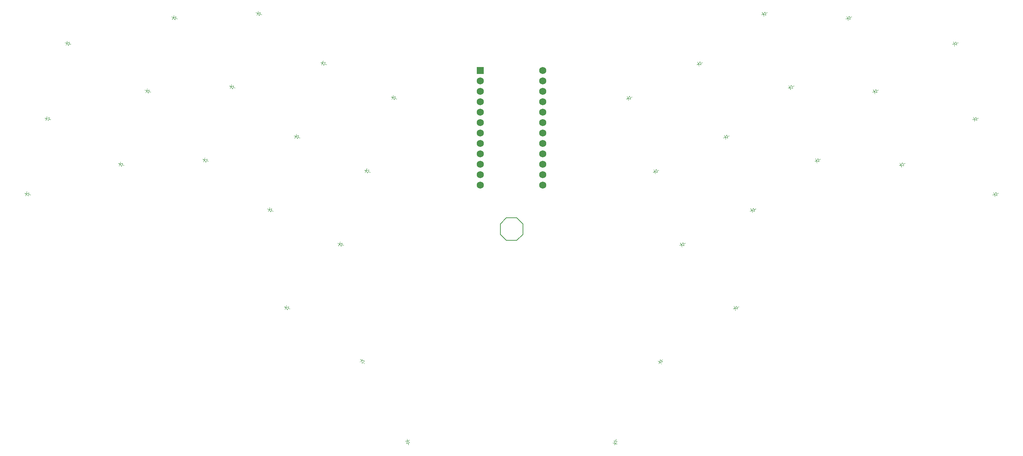
<source format=gbr>
%TF.GenerationSoftware,KiCad,Pcbnew,(6.0.10)*%
%TF.CreationDate,2024-09-29T17:33:22+02:00*%
%TF.ProjectId,blavinge,626c6176-696e-4676-952e-6b696361645f,v1.0.0*%
%TF.SameCoordinates,Original*%
%TF.FileFunction,Legend,Bot*%
%TF.FilePolarity,Positive*%
%FSLAX46Y46*%
G04 Gerber Fmt 4.6, Leading zero omitted, Abs format (unit mm)*
G04 Created by KiCad (PCBNEW (6.0.10)) date 2024-09-29 17:33:22*
%MOMM*%
%LPD*%
G01*
G04 APERTURE LIST*
%ADD10C,0.100000*%
%ADD11C,0.150000*%
%ADD12R,1.752600X1.752600*%
%ADD13C,1.752600*%
G04 APERTURE END LIST*
D10*
%TO.C,D1*%
X47688637Y-138991693D02*
X48171600Y-139121102D01*
X47585110Y-139378063D02*
X47109082Y-138836401D01*
X47792165Y-138605322D02*
X47585110Y-139378063D01*
X47109082Y-138836401D02*
X47792165Y-138605322D01*
X47109082Y-138836401D02*
X46966731Y-139367661D01*
X47109082Y-138836401D02*
X47251432Y-138305142D01*
X46722712Y-138732874D02*
X47109082Y-138836401D01*
%TO.C,D2*%
X52606205Y-120639107D02*
X53089168Y-120768516D01*
X52502678Y-121025477D02*
X52026650Y-120483815D01*
X52709733Y-120252736D02*
X52502678Y-121025477D01*
X52026650Y-120483815D02*
X52709733Y-120252736D01*
X52026650Y-120483815D02*
X51884299Y-121015075D01*
X52026650Y-120483815D02*
X52169000Y-119952556D01*
X51640280Y-120380288D02*
X52026650Y-120483815D01*
%TO.C,D3*%
X57523762Y-102286520D02*
X58006725Y-102415929D01*
X57420235Y-102672890D02*
X56944207Y-102131228D01*
X57627290Y-101900149D02*
X57420235Y-102672890D01*
X56944207Y-102131228D02*
X57627290Y-101900149D01*
X56944207Y-102131228D02*
X56801856Y-102662488D01*
X56944207Y-102131228D02*
X57086557Y-101599969D01*
X56557837Y-102027701D02*
X56944207Y-102131228D01*
%TO.C,D4*%
X70508163Y-131772763D02*
X70978009Y-131943773D01*
X70371355Y-132148640D02*
X69944348Y-131567551D01*
X70644971Y-131396886D02*
X70371355Y-132148640D01*
X69944348Y-131567551D02*
X70644971Y-131396886D01*
X69944348Y-131567551D02*
X69756237Y-132084382D01*
X69944348Y-131567551D02*
X70132459Y-131050720D01*
X69568471Y-131430743D02*
X69944348Y-131567551D01*
%TO.C,D5*%
X77006540Y-113918610D02*
X77476386Y-114089620D01*
X76869732Y-114294487D02*
X76442725Y-113713398D01*
X77143348Y-113542733D02*
X76869732Y-114294487D01*
X76442725Y-113713398D02*
X77143348Y-113542733D01*
X76442725Y-113713398D02*
X76254614Y-114230229D01*
X76442725Y-113713398D02*
X76630836Y-113196567D01*
X76066848Y-113576590D02*
X76442725Y-113713398D01*
%TO.C,D6*%
X83504929Y-96064445D02*
X83974775Y-96235455D01*
X83368121Y-96440322D02*
X82941114Y-95859233D01*
X83641737Y-95688568D02*
X83368121Y-96440322D01*
X82941114Y-95859233D02*
X83641737Y-95688568D01*
X82941114Y-95859233D02*
X82753003Y-96376064D01*
X82941114Y-95859233D02*
X83129225Y-95342402D01*
X82565237Y-95722425D02*
X82941114Y-95859233D01*
%TO.C,D7*%
X91098477Y-130753611D02*
X91568323Y-130924621D01*
X90961669Y-131129488D02*
X90534662Y-130548399D01*
X91235285Y-130377734D02*
X90961669Y-131129488D01*
X90534662Y-130548399D02*
X91235285Y-130377734D01*
X90534662Y-130548399D02*
X90346551Y-131065230D01*
X90534662Y-130548399D02*
X90722773Y-130031568D01*
X90158785Y-130411591D02*
X90534662Y-130548399D01*
%TO.C,D8*%
X97596861Y-112899441D02*
X98066707Y-113070451D01*
X97460053Y-113275318D02*
X97033046Y-112694229D01*
X97733669Y-112523564D02*
X97460053Y-113275318D01*
X97033046Y-112694229D02*
X97733669Y-112523564D01*
X97033046Y-112694229D02*
X96844935Y-113211060D01*
X97033046Y-112694229D02*
X97221157Y-112177398D01*
X96657169Y-112557421D02*
X97033046Y-112694229D01*
%TO.C,D9*%
X104095247Y-95045296D02*
X104565093Y-95216306D01*
X103958439Y-95421173D02*
X103531432Y-94840084D01*
X104232055Y-94669419D02*
X103958439Y-95421173D01*
X103531432Y-94840084D02*
X104232055Y-94669419D01*
X103531432Y-94840084D02*
X103343321Y-95356915D01*
X103531432Y-94840084D02*
X103719543Y-94323253D01*
X103155555Y-94703276D02*
X103531432Y-94840084D01*
%TO.C,D10*%
X106900507Y-142890154D02*
X107370353Y-143061164D01*
X106763699Y-143266031D02*
X106336692Y-142684942D01*
X107037315Y-142514277D02*
X106763699Y-143266031D01*
X106336692Y-142684942D02*
X107037315Y-142514277D01*
X106336692Y-142684942D02*
X106148581Y-143201773D01*
X106336692Y-142684942D02*
X106524803Y-142168111D01*
X105960815Y-142548134D02*
X106336692Y-142684942D01*
%TO.C,D11*%
X113398896Y-125035990D02*
X113868742Y-125207000D01*
X113262088Y-125411867D02*
X112835081Y-124830778D01*
X113535704Y-124660113D02*
X113262088Y-125411867D01*
X112835081Y-124830778D02*
X113535704Y-124660113D01*
X112835081Y-124830778D02*
X112646970Y-125347609D01*
X112835081Y-124830778D02*
X113023192Y-124313947D01*
X112459204Y-124693970D02*
X112835081Y-124830778D01*
%TO.C,D12*%
X119897279Y-107181830D02*
X120367125Y-107352840D01*
X119760471Y-107557707D02*
X119333464Y-106976618D01*
X120034087Y-106805953D02*
X119760471Y-107557707D01*
X119333464Y-106976618D02*
X120034087Y-106805953D01*
X119333464Y-106976618D02*
X119145353Y-107493449D01*
X119333464Y-106976618D02*
X119521575Y-106459787D01*
X118957587Y-106839810D02*
X119333464Y-106976618D01*
%TO.C,D13*%
X124070629Y-151267934D02*
X124540475Y-151438944D01*
X123933821Y-151643811D02*
X123506814Y-151062722D01*
X124207437Y-150892057D02*
X123933821Y-151643811D01*
X123506814Y-151062722D02*
X124207437Y-150892057D01*
X123506814Y-151062722D02*
X123318703Y-151579553D01*
X123506814Y-151062722D02*
X123694925Y-150545891D01*
X123130937Y-150925914D02*
X123506814Y-151062722D01*
%TO.C,D14*%
X130569026Y-133413763D02*
X131038872Y-133584773D01*
X130432218Y-133789640D02*
X130005211Y-133208551D01*
X130705834Y-133037886D02*
X130432218Y-133789640D01*
X130005211Y-133208551D02*
X130705834Y-133037886D01*
X130005211Y-133208551D02*
X129817100Y-133725382D01*
X130005211Y-133208551D02*
X130193322Y-132691720D01*
X129629334Y-133071743D02*
X130005211Y-133208551D01*
%TO.C,D15*%
X137067390Y-115559605D02*
X137537236Y-115730615D01*
X136930582Y-115935482D02*
X136503575Y-115354393D01*
X137204198Y-115183728D02*
X136930582Y-115935482D01*
X136503575Y-115354393D02*
X137204198Y-115183728D01*
X136503575Y-115354393D02*
X136315464Y-115871224D01*
X136503575Y-115354393D02*
X136691686Y-114837562D01*
X136127698Y-115217585D02*
X136503575Y-115354393D01*
%TO.C,D16*%
X110994403Y-166727956D02*
X111464249Y-166898966D01*
X110857595Y-167103833D02*
X110430588Y-166522744D01*
X111131211Y-166352079D02*
X110857595Y-167103833D01*
X110430588Y-166522744D02*
X111131211Y-166352079D01*
X110430588Y-166522744D02*
X110242477Y-167039575D01*
X110430588Y-166522744D02*
X110618699Y-166005913D01*
X110054711Y-166385936D02*
X110430588Y-166522744D01*
%TO.C,D17*%
X129320636Y-179891624D02*
X129655201Y-180263197D01*
X129023378Y-180159276D02*
X128919157Y-179445737D01*
X129617894Y-179623972D02*
X129023378Y-180159276D01*
X128919157Y-179445737D02*
X129617894Y-179623972D01*
X128919157Y-179445737D02*
X128510428Y-179813759D01*
X128919157Y-179445737D02*
X129327887Y-179077715D01*
X128651505Y-179148479D02*
X128919157Y-179445737D01*
%TO.C,D18*%
X140282967Y-199606995D02*
X140403928Y-200092143D01*
X139894849Y-199703764D02*
X140137814Y-199024817D01*
X140671086Y-199510226D02*
X139894849Y-199703764D01*
X140137814Y-199024817D02*
X140671086Y-199510226D01*
X140137814Y-199024817D02*
X139604152Y-199157875D01*
X140137814Y-199024817D02*
X140671477Y-198891760D01*
X140041046Y-198636699D02*
X140137814Y-199024817D01*
%TO.C,D19*%
X283864944Y-138862281D02*
X284347907Y-138732872D01*
X283968472Y-139248652D02*
X283285389Y-139017573D01*
X283761417Y-138475911D02*
X283968472Y-139248652D01*
X283285389Y-139017573D02*
X283761417Y-138475911D01*
X283285389Y-139017573D02*
X283427739Y-139548832D01*
X283285389Y-139017573D02*
X283143038Y-138486313D01*
X282899019Y-139121100D02*
X283285389Y-139017573D01*
%TO.C,D20*%
X278947382Y-120509699D02*
X279430345Y-120380290D01*
X279050910Y-120896070D02*
X278367827Y-120664991D01*
X278843855Y-120123329D02*
X279050910Y-120896070D01*
X278367827Y-120664991D02*
X278843855Y-120123329D01*
X278367827Y-120664991D02*
X278510177Y-121196250D01*
X278367827Y-120664991D02*
X278225476Y-120133731D01*
X277981457Y-120768518D02*
X278367827Y-120664991D01*
%TO.C,D21*%
X274029799Y-102157111D02*
X274512762Y-102027702D01*
X274133327Y-102543482D02*
X273450244Y-102312403D01*
X273926272Y-101770741D02*
X274133327Y-102543482D01*
X273450244Y-102312403D02*
X273926272Y-101770741D01*
X273450244Y-102312403D02*
X273592594Y-102843662D01*
X273450244Y-102312403D02*
X273307893Y-101781143D01*
X273063874Y-102415930D02*
X273450244Y-102312403D01*
%TO.C,D22*%
X261032302Y-131601779D02*
X261502148Y-131430769D01*
X261169110Y-131977656D02*
X260468487Y-131806991D01*
X260895494Y-131225902D02*
X261169110Y-131977656D01*
X260468487Y-131806991D02*
X260895494Y-131225902D01*
X260468487Y-131806991D02*
X260656598Y-132323822D01*
X260468487Y-131806991D02*
X260280376Y-131290160D01*
X260092610Y-131943799D02*
X260468487Y-131806991D01*
%TO.C,D23*%
X254533922Y-113747603D02*
X255003768Y-113576593D01*
X254670730Y-114123480D02*
X253970107Y-113952815D01*
X254397114Y-113371726D02*
X254670730Y-114123480D01*
X253970107Y-113952815D02*
X254397114Y-113371726D01*
X253970107Y-113952815D02*
X254158218Y-114469646D01*
X253970107Y-113952815D02*
X253781996Y-113435984D01*
X253594230Y-114089623D02*
X253970107Y-113952815D01*
%TO.C,D24*%
X248035534Y-95893452D02*
X248505380Y-95722442D01*
X248172342Y-96269329D02*
X247471719Y-96098664D01*
X247898726Y-95517575D02*
X248172342Y-96269329D01*
X247471719Y-96098664D02*
X247898726Y-95517575D01*
X247471719Y-96098664D02*
X247659830Y-96615495D01*
X247471719Y-96098664D02*
X247283608Y-95581833D01*
X247095842Y-96235472D02*
X247471719Y-96098664D01*
%TO.C,D25*%
X240441971Y-130582614D02*
X240911817Y-130411604D01*
X240578779Y-130958491D02*
X239878156Y-130787826D01*
X240305163Y-130206737D02*
X240578779Y-130958491D01*
X239878156Y-130787826D02*
X240305163Y-130206737D01*
X239878156Y-130787826D02*
X240066267Y-131304657D01*
X239878156Y-130787826D02*
X239690045Y-130270995D01*
X239502279Y-130924634D02*
X239878156Y-130787826D01*
%TO.C,D26*%
X233943590Y-112728442D02*
X234413436Y-112557432D01*
X234080398Y-113104319D02*
X233379775Y-112933654D01*
X233806782Y-112352565D02*
X234080398Y-113104319D01*
X233379775Y-112933654D02*
X233806782Y-112352565D01*
X233379775Y-112933654D02*
X233567886Y-113450485D01*
X233379775Y-112933654D02*
X233191664Y-112416823D01*
X233003898Y-113070462D02*
X233379775Y-112933654D01*
%TO.C,D27*%
X227445227Y-94874288D02*
X227915073Y-94703278D01*
X227582035Y-95250165D02*
X226881412Y-95079500D01*
X227308419Y-94498411D02*
X227582035Y-95250165D01*
X226881412Y-95079500D02*
X227308419Y-94498411D01*
X226881412Y-95079500D02*
X227069523Y-95596331D01*
X226881412Y-95079500D02*
X226693301Y-94562669D01*
X226505535Y-95216308D02*
X226881412Y-95079500D01*
%TO.C,D28*%
X224639944Y-142719145D02*
X225109790Y-142548135D01*
X224776752Y-143095022D02*
X224076129Y-142924357D01*
X224503136Y-142343268D02*
X224776752Y-143095022D01*
X224076129Y-142924357D02*
X224503136Y-142343268D01*
X224076129Y-142924357D02*
X224264240Y-143441188D01*
X224076129Y-142924357D02*
X223888018Y-142407526D01*
X223700252Y-143061165D02*
X224076129Y-142924357D01*
%TO.C,D29*%
X218141556Y-124864989D02*
X218611402Y-124693979D01*
X218278364Y-125240866D02*
X217577741Y-125070201D01*
X218004748Y-124489112D02*
X218278364Y-125240866D01*
X217577741Y-125070201D02*
X218004748Y-124489112D01*
X217577741Y-125070201D02*
X217765852Y-125587032D01*
X217577741Y-125070201D02*
X217389630Y-124553370D01*
X217201864Y-125207009D02*
X217577741Y-125070201D01*
%TO.C,D30*%
X211643187Y-107010820D02*
X212113033Y-106839810D01*
X211779995Y-107386697D02*
X211079372Y-107216032D01*
X211506379Y-106634943D02*
X211779995Y-107386697D01*
X211079372Y-107216032D02*
X211506379Y-106634943D01*
X211079372Y-107216032D02*
X211267483Y-107732863D01*
X211079372Y-107216032D02*
X210891261Y-106699201D01*
X210703495Y-107352840D02*
X211079372Y-107216032D01*
%TO.C,D31*%
X207469831Y-151096900D02*
X207939677Y-150925890D01*
X207606639Y-151472777D02*
X206906016Y-151302112D01*
X207333023Y-150721023D02*
X207606639Y-151472777D01*
X206906016Y-151302112D02*
X207333023Y-150721023D01*
X206906016Y-151302112D02*
X207094127Y-151818943D01*
X206906016Y-151302112D02*
X206717905Y-150785281D01*
X206530139Y-151438920D02*
X206906016Y-151302112D01*
%TO.C,D32*%
X200971436Y-133242760D02*
X201441282Y-133071750D01*
X201108244Y-133618637D02*
X200407621Y-133447972D01*
X200834628Y-132866883D02*
X201108244Y-133618637D01*
X200407621Y-133447972D02*
X200834628Y-132866883D01*
X200407621Y-133447972D02*
X200595732Y-133964803D01*
X200407621Y-133447972D02*
X200219510Y-132931141D01*
X200031744Y-133584780D02*
X200407621Y-133447972D01*
%TO.C,D33*%
X194473055Y-115388595D02*
X194942901Y-115217585D01*
X194609863Y-115764472D02*
X193909240Y-115593807D01*
X194336247Y-115012718D02*
X194609863Y-115764472D01*
X193909240Y-115593807D02*
X194336247Y-115012718D01*
X193909240Y-115593807D02*
X194097351Y-116110638D01*
X193909240Y-115593807D02*
X193721129Y-115076976D01*
X193533363Y-115730615D02*
X193909240Y-115593807D01*
%TO.C,D34*%
X220546068Y-166556939D02*
X221015914Y-166385929D01*
X220682876Y-166932816D02*
X219982253Y-166762151D01*
X220409260Y-166181062D02*
X220682876Y-166932816D01*
X219982253Y-166762151D02*
X220409260Y-166181062D01*
X219982253Y-166762151D02*
X220170364Y-167278982D01*
X219982253Y-166762151D02*
X219794142Y-166245320D01*
X219606376Y-166898959D02*
X219982253Y-166762151D01*
%TO.C,D35*%
X202084553Y-179520043D02*
X202419118Y-179148470D01*
X202381811Y-179787695D02*
X201683074Y-179965930D01*
X201787295Y-179252391D02*
X202381811Y-179787695D01*
X201683074Y-179965930D02*
X201787295Y-179252391D01*
X201683074Y-179965930D02*
X202091804Y-180333952D01*
X201683074Y-179965930D02*
X201274345Y-179597908D01*
X201415422Y-180263188D02*
X201683074Y-179965930D01*
%TO.C,D36*%
X190908612Y-199121853D02*
X191029573Y-198636705D01*
X191296731Y-199218622D02*
X190763459Y-199704031D01*
X190520494Y-199025084D02*
X191296731Y-199218622D01*
X190763459Y-199704031D02*
X190520494Y-199025084D01*
X190763459Y-199704031D02*
X191297122Y-199837088D01*
X190763459Y-199704031D02*
X190229797Y-199570973D01*
X190666691Y-200092149D02*
X190763459Y-199704031D01*
D11*
%TO.C,B1*%
X164285303Y-144733953D02*
X162785303Y-146233953D01*
X166785303Y-144733953D02*
X168285303Y-146233953D01*
X166785303Y-144733953D02*
X164285303Y-144733953D01*
X162785303Y-148733953D02*
X162785303Y-146233953D01*
X168285303Y-148733953D02*
X168285303Y-146233953D01*
X164285303Y-150233953D02*
X162785303Y-148733953D01*
X166785303Y-150233953D02*
X168285303Y-148733953D01*
X166785303Y-150233953D02*
X164285303Y-150233953D01*
%TD*%
D12*
%TO.C,MCU1*%
X157915311Y-108805644D03*
D13*
X157915311Y-111345644D03*
X157915311Y-113885644D03*
X157915311Y-116425644D03*
X157915311Y-118965644D03*
X157915311Y-121505644D03*
X157915311Y-124045644D03*
X157915311Y-126585644D03*
X157915311Y-129125644D03*
X157915311Y-131665644D03*
X157915311Y-134205644D03*
X157915311Y-136745644D03*
X173155311Y-108805644D03*
X173155311Y-111345644D03*
X173155311Y-113885644D03*
X173155311Y-116425644D03*
X173155311Y-118965644D03*
X173155311Y-121505644D03*
X173155311Y-124045644D03*
X173155311Y-126585644D03*
X173155311Y-129125644D03*
X173155311Y-131665644D03*
X173155311Y-134205644D03*
X173155311Y-136745644D03*
%TD*%
M02*

</source>
